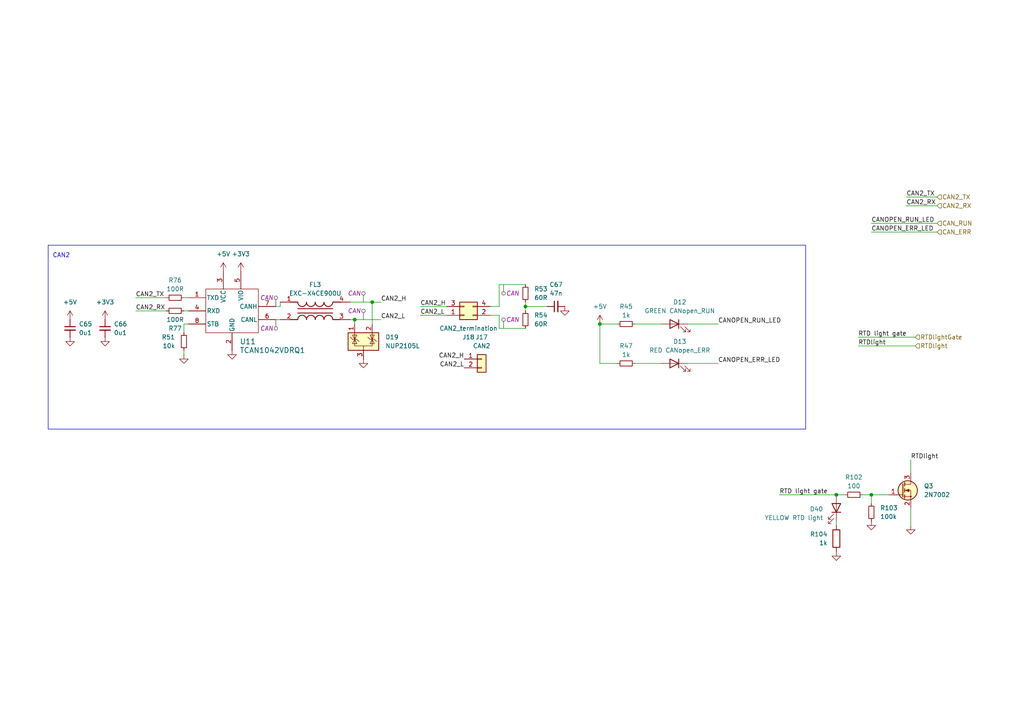
<source format=kicad_sch>
(kicad_sch (version 20231120) (generator "eeschema") (generator_version "8.0")
  (paper "A4")
  (title_block (title "EP6 VCU") (date "2024-09-30") (rev "1.0") (company "NTURacing") (comment 1 "郭哲明") (comment 2 "Electrical group"))
  (lib_symbols
    (symbol "Connector_Generic:Conn_01x02" (pin_names (offset 1.016) hide)
      (property "Reference" "J" (at 0 2.54 0))
      (property "Value" "Conn_01x02" (at 0 -5.08 0))
      (symbol "Conn_01x02_1_1"
        (rectangle (start -1.27 -2.413) (end 0 -2.667) (stroke (width 0.1524)))
        (rectangle (start -1.27 0.127) (end 0 -0.127) (stroke (width 0.1524)))
        (rectangle (start -1.27 1.27) (end 1.27 -3.81) (stroke (width 0.254)) (fill (type background)))
        (pin passive line (at -5.08 0 0) (length 3.81) (name "Pin_1") (number "1"))
        (pin passive line (at -5.08 -2.54 0) (length 3.81) (name "Pin_2") (number "2"))
      )
    )
    (symbol "Connector_Generic:Conn_02x02_Odd_Even" (pin_names (offset 1.016) hide)
      (property "Reference" "J" (at 1.27 2.54 0))
      (property "Value" "Conn_02x02_Odd_Even" (at 1.27 -5.08 0))
      (symbol "Conn_02x02_Odd_Even_1_1"
        (rectangle (start -1.27 -2.413) (end 0 -2.667) (stroke (width 0.1524)))
        (rectangle (start -1.27 0.127) (end 0 -0.127) (stroke (width 0.1524)))
        (rectangle (start -1.27 1.27) (end 3.81 -3.81) (stroke (width 0.254)) (fill (type background)))
        (rectangle (start 3.81 -2.413) (end 2.54 -2.667) (stroke (width 0.1524)))
        (rectangle (start 3.81 0.127) (end 2.54 -0.127) (stroke (width 0.1524)))
        (pin passive line (at -5.08 0 0) (length 3.81) (name "Pin_1") (number "1"))
        (pin passive line (at 7.62 0 180) (length 3.81) (name "Pin_2") (number "2"))
        (pin passive line (at -5.08 -2.54 0) (length 3.81) (name "Pin_3") (number "3"))
        (pin passive line (at 7.62 -2.54 180) (length 3.81) (name "Pin_4") (number "4"))
      )
    )
    (symbol "Device:C_Small" (pin_numbers hide) (pin_names (offset 0.254) hide)
      (property "Reference" "C" (at 0.254 1.778 0))
      (property "Value" "C_Small" (at 0.254 -2.032 0))
      (symbol "C_Small_0_1"
        (polyline (pts (xy -1.524 -0.508) (xy 1.524 -0.508)) (stroke (width 0.3302)))
        (polyline (pts (xy -1.524 0.508) (xy 1.524 0.508)) (stroke (width 0.3048)))
      )
      (symbol "C_Small_1_1"
        (pin passive line (at 0 2.54 270) (length 2.032) (name "~") (number "1"))
        (pin passive line (at 0 -2.54 90) (length 2.032) (name "~") (number "2"))
      )
    )
    (symbol "Device:LED" (pin_numbers hide) (pin_names (offset 1.016) hide)
      (property "Reference" "D" (at 0 2.54 0))
      (property "Value" "LED" (at 0 -2.54 0))
      (symbol "LED_0_1"
        (polyline (pts (xy -1.27 -1.27) (xy -1.27 1.27)) (stroke (width 0.254)))
        (polyline (pts (xy -1.27 0) (xy 1.27 0)))
        (polyline (pts (xy 1.27 -1.27) (xy 1.27 1.27) (xy -1.27 0) (xy 1.27 -1.27)) (stroke (width 0.254)))
        (polyline (pts (xy -3.048 -0.762) (xy -4.572 -2.286) (xy -3.81 -2.286) (xy -4.572 -2.286) (xy -4.572 -1.524)))
        (polyline (pts (xy -1.778 -0.762) (xy -3.302 -2.286) (xy -2.54 -2.286) (xy -3.302 -2.286) (xy -3.302 -1.524)))
      )
      (symbol "LED_1_1"
        (pin passive line (at -3.81 0 0) (length 2.54) (name "K") (number "1"))
        (pin passive line (at 3.81 0 180) (length 2.54) (name "A") (number "2"))
      )
    )
    (symbol "Device:R" (pin_numbers hide) (pin_names (offset 0))
      (property "Reference" "R" (at 2.032 0 90))
      (property "Value" "R" (at 0 0 90))
      (symbol "R_0_1"
        (rectangle (start -1.016 -2.54) (end 1.016 2.54) (stroke (width 0.254)))
      )
      (symbol "R_1_1"
        (pin passive line (at 0 3.81 270) (length 1.27) (name "~") (number "1"))
        (pin passive line (at 0 -3.81 90) (length 1.27) (name "~") (number "2"))
      )
    )
    (symbol "Device:R_Small" (pin_numbers hide) (pin_names (offset 0.254) hide)
      (property "Reference" "R" (at 0.762 0.508 0))
      (property "Value" "R_Small" (at 0.762 -1.016 0))
      (symbol "R_Small_0_1"
        (rectangle (start -0.762 1.778) (end 0.762 -1.778) (stroke (width 0.2032)))
      )
      (symbol "R_Small_1_1"
        (pin passive line (at 0 2.54 270) (length 0.762) (name "~") (number "1"))
        (pin passive line (at 0 -2.54 90) (length 0.762) (name "~") (number "2"))
      )
    )
    (symbol "PCM_Transistor_MOSFET_AKL:2N7002" (pin_names hide)
      (property "Reference" "Q" (at 5.08 1.27 0))
      (property "Value" "2N7002" (at 5.08 -1.27 0))
      (symbol "2N7002_0_1"
        (polyline (pts (xy 0.254 -1.27) (xy -2.54 -1.27)))
        (polyline (pts (xy 0.254 1.905) (xy 0.254 -1.905)) (stroke (width 0.254)))
        (polyline (pts (xy 0.762 -1.778) (xy 2.54 -1.778)))
        (polyline (pts (xy 0.762 -1.27) (xy 0.762 -2.286)) (stroke (width 0.254)))
        (polyline (pts (xy 0.762 0.508) (xy 0.762 -0.508)) (stroke (width 0.254)))
        (polyline (pts (xy 0.762 2.286) (xy 0.762 1.27)) (stroke (width 0.254)))
        (polyline (pts (xy 2.54 1.778) (xy 0.762 1.778)))
        (polyline (pts (xy 2.54 2.54) (xy 2.54 1.778)))
        (polyline (pts (xy 2.54 -2.54) (xy 2.54 0) (xy 0.762 0)))
        (polyline (pts (xy 1.016 0) (xy 2.032 0.381) (xy 2.032 -0.381) (xy 1.016 0)) (fill (type outline)))
        (circle (center 1.651 0) (radius 2.794) (stroke (width 0.254)) (fill (type background)))
        (circle (center 2.54 -1.778) (radius 0.1778) (fill (type outline)))
      )
      (symbol "2N7002_1_1"
        (pin input line (at -3.81 -1.27 0) (length 2.54) (name "G") (number "1"))
        (pin passive line (at 2.54 -5.08 90) (length 2.54) (name "S") (number "2"))
        (pin passive line (at 2.54 5.08 270) (length 2.54) (name "D") (number "3"))
      )
    )
    (symbol "Power_Protection:NUP2105L" (pin_names hide)
      (property "Reference" "D" (at 5.715 2.54 0))
      (property "Value" "NUP2105L" (at 5.715 0.635 0))
      (symbol "NUP2105L_0_0"
        (pin passive line (at 0 -5.08 90) (length 2.54) (name "A") (number "3"))
      )
      (symbol "NUP2105L_0_1"
        (rectangle (start -4.445 2.54) (end 4.445 -2.54) (stroke (width 0.254)) (fill (type background)))
        (polyline (pts (xy -2.54 2.54) (xy -2.54 0.635)))
        (polyline (pts (xy 0 -1.27) (xy 0 -2.54)))
        (polyline (pts (xy 2.54 2.54) (xy 2.54 0.635)))
        (polyline (pts (xy -3.81 1.27) (xy -3.175 0.635) (xy -1.905 0.635) (xy -1.27 0)))
        (polyline (pts (xy -2.54 0.635) (xy -2.54 -1.27) (xy 2.54 -1.27) (xy 2.54 0.635)))
        (polyline (pts (xy -2.54 0.635) (xy -1.905 -0.635) (xy -3.175 -0.635) (xy -2.54 0.635)))
        (polyline (pts (xy 2.54 0.635) (xy 1.905 -0.635) (xy 3.175 -0.635) (xy 2.54 0.635)))
        (polyline (pts (xy 2.54 0.635) (xy 3.175 1.905) (xy 1.905 1.905) (xy 2.54 0.635)))
        (polyline (pts (xy -2.54 0.635) (xy -3.175 1.905) (xy -1.905 1.905) (xy -2.54 0.635) (xy -2.54 1.27)))
        (polyline (pts (xy 1.27 1.27) (xy 1.905 0.635) (xy 2.54 0.635) (xy 3.175 0.635) (xy 3.81 0)))
      )
      (symbol "NUP2105L_1_1"
        (pin passive line (at -2.54 5.08 270) (length 2.54) (name "K") (number "1"))
        (pin passive line (at 2.54 5.08 270) (length 2.54) (name "K") (number "2"))
      )
    )
    (symbol "SamacSys_Parts_EP6:EXC-X4CE900U" (pin_names hide)
      (property "Reference" "FL" (at -0.254 1.524 0))
      (property "Value" "EXC-X4CE900U" (at -0.254 -0.254 0))
      (symbol "EXC-X4CE900U_1_1"
        (arc (start -2.488 -5.08) (mid -1.2689 -3.81) (end -2.488 -2.54) (stroke (width 0.254)))
        (arc (start -2.488 -2.54) (mid -1.2689 -1.27) (end -2.488 0) (stroke (width 0.254)))
        (arc (start -2.488 0) (mid -1.2689 1.27) (end -2.488 2.54) (stroke (width 0.254)))
        (arc (start -2.488 2.54) (mid -1.2689 3.81) (end -2.488 5.08) (stroke (width 0.254)))
        (polyline (pts (xy -2.54 -5.08) (xy -2.54 -7.366)) (stroke (width 0.254)))
        (polyline (pts (xy -2.54 5.08) (xy -2.54 7.366)) (stroke (width 0.254)))
        (polyline (pts (xy -0.635 5.08) (xy -0.635 -5.08)) (stroke (width 0.254)))
        (polyline (pts (xy 0.635 5.08) (xy 0.635 -5.08)) (stroke (width 0.254)))
        (polyline (pts (xy 2.54 -5.08) (xy 2.54 -7.366)) (stroke (width 0.254)))
        (polyline (pts (xy 2.54 5.08) (xy 2.54 7.366)) (stroke (width 0.254)))
        (arc (start 2.488 -2.54) (mid 1.2689 -3.81) (end 2.488 -5.08) (stroke (width 0.254)))
        (arc (start 2.488 0) (mid 1.2689 -1.27) (end 2.488 -2.54) (stroke (width 0.254)))
        (arc (start 2.488 2.54) (mid 1.2689 1.27) (end 2.488 0) (stroke (width 0.254)))
        (arc (start 2.488 5.08) (mid 1.2689 3.81) (end 2.488 2.54) (stroke (width 0.254)))
        (pin passive line (at -2.54 -10.16 90) (length 5.08) (name "1") (number "1"))
        (pin passive line (at 2.54 -10.16 90) (length 5.08) (name "2") (number "2"))
        (pin passive line (at 2.54 10.16 270) (length 5.08) (name "3") (number "3"))
        (pin passive line (at -2.54 10.16 270) (length 5.08) (name "4") (number "4"))
      )
    )
    (symbol "nturt_kicad_lib_EP6:TCAN1042VDRQ1" (pin_names (offset 0.254))
      (property "Reference" "U" (at 0 2.54 0))
      (property "Value" "TCAN1042VDRQ1" (at 0 0 0))
      (symbol "TCAN1042VDRQ1_0_1"
        (pin input line (at -12.7 3.81 0) (length 5.08) (name "TXD") (number "1"))
        (pin power_in line (at 0 -11.43 90) (length 5.08) (name "GND") (number "2"))
        (pin power_in line (at -2.54 11.43 270) (length 5.08) (name "VCC") (number "3"))
        (pin output line (at -12.7 0 0) (length 5.08) (name "RXD") (number "4"))
        (pin power_in line (at 2.54 11.43 270) (length 5.08) (name "VIO") (number "5"))
        (pin bidirectional line (at 12.7 -2.54 180) (length 5.08) (name "CANL") (number "6"))
        (pin bidirectional line (at 12.7 1.27 180) (length 5.08) (name "CANH") (number "7"))
        (pin input line (at -12.7 -3.81 0) (length 5.08) (name "STB") (number "8"))
      )
      (symbol "TCAN1042VDRQ1_1_1"
        (rectangle (start -7.62 6.35) (end 7.62 -6.35))
      )
    )
    (symbol "power:+3V3" (power) (pin_numbers hide) (pin_names (offset 0) hide)
      (property "Value" "+3V3" (at 0 3.556 0))
      (symbol "+3V3_0_1"
        (polyline (pts (xy -0.762 1.27) (xy 0 2.54)))
        (polyline (pts (xy 0 0) (xy 0 2.54)))
        (polyline (pts (xy 0 2.54) (xy 0.762 1.27)))
      )
      (symbol "+3V3_1_1"
        (pin power_in line (at 0 0 90) (length 0) (name "~") (number "1"))
      )
    )
    (symbol "power:+5V" (power) (pin_numbers hide) (pin_names (offset 0) hide)
      (property "Value" "+5V" (at 0 3.556 0))
      (symbol "+5V_0_1"
        (polyline (pts (xy -0.762 1.27) (xy 0 2.54)))
        (polyline (pts (xy 0 0) (xy 0 2.54)))
        (polyline (pts (xy 0 2.54) (xy 0.762 1.27)))
      )
      (symbol "+5V_1_1"
        (pin power_in line (at 0 0 90) (length 0) (name "~") (number "1"))
      )
    )
    (symbol "power:GND" (power) (pin_numbers hide) (pin_names (offset 0) hide)
      (property "Value" "GND" (at 0 -3.81 0))
      (symbol "GND_0_1"
        (polyline (pts (xy 0 0) (xy 0 -1.27) (xy 1.27 -1.27) (xy 0 -2.54) (xy -1.27 -1.27) (xy 0 -1.27)))
      )
      (symbol "GND_1_1"
        (pin power_in line (at 0 0 270) (length 0) (name "~") (number "1"))
      )
    )
  )
  (junction (at 252.73 143.51))
  (junction (at 107.95 87.63))
  (junction (at 152.4 88.9))
  (junction (at 173.99 93.98))
  (junction (at 242.57 143.51))
  (junction (at 102.87 92.71))
  (wire (pts (xy 53.34 86.36) (xy 54.61 86.36)))
  (wire (pts (xy 144.78 95.25) (xy 152.4 95.25)))
  (wire (pts (xy 144.78 91.44) (xy 142.24 91.44)))
  (wire (pts (xy 53.34 90.17) (xy 54.61 90.17)))
  (wire (pts (xy 264.16 147.32) (xy 264.16 152.4)))
  (wire (pts (xy 53.34 102.87) (xy 53.34 101.6)))
  (wire (pts (xy 191.77 105.41) (xy 184.15 105.41)))
  (wire (pts (xy 264.16 133.35) (xy 264.16 137.16)))
  (wire (pts (xy 142.24 88.9) (xy 144.78 88.9)))
  (wire (pts (xy 262.89 57.15) (xy 271.78 57.15)))
  (wire (pts (xy 81.28 88.9) (xy 81.28 87.63)))
  (wire (pts (xy 101.6 87.63) (xy 107.95 87.63)))
  (wire (pts (xy 248.92 97.79) (xy 265.43 97.79)))
  (wire (pts (xy 179.07 105.41) (xy 173.99 105.41)))
  (wire (pts (xy 252.73 67.31) (xy 271.78 67.31)))
  (wire (pts (xy 144.78 82.55) (xy 144.78 88.9)))
  (wire (pts (xy 107.95 87.63) (xy 107.95 93.98)))
  (wire (pts (xy 191.77 93.98) (xy 184.15 93.98)))
  (wire (pts (xy 252.73 143.51) (xy 257.81 143.51)))
  (wire (pts (xy 102.87 92.71) (xy 101.6 92.71)))
  (wire (pts (xy 81.28 92.71) (xy 80.01 92.71)))
  (wire (pts (xy 242.57 151.13) (xy 242.57 152.4)))
  (wire (pts (xy 208.28 93.98) (xy 199.39 93.98)))
  (wire (pts (xy 173.99 93.98) (xy 173.99 105.41)))
  (wire (pts (xy 152.4 90.17) (xy 152.4 88.9)))
  (wire (pts (xy 121.92 91.44) (xy 129.54 91.44)))
  (wire (pts (xy 252.73 146.05) (xy 252.73 143.51)))
  (wire (pts (xy 250.19 143.51) (xy 252.73 143.51)))
  (wire (pts (xy 53.34 96.52) (xy 53.34 93.98)))
  (wire (pts (xy 226.06 143.51) (xy 242.57 143.51)))
  (wire (pts (xy 152.4 88.9) (xy 152.4 87.63)))
  (wire (pts (xy 121.92 88.9) (xy 129.54 88.9)))
  (wire (pts (xy 53.34 93.98) (xy 54.61 93.98)))
  (wire (pts (xy 262.89 59.69) (xy 271.78 59.69)))
  (wire (pts (xy 208.28 105.41) (xy 199.39 105.41)))
  (wire (pts (xy 39.37 90.17) (xy 48.26 90.17)))
  (wire (pts (xy 102.87 92.71) (xy 102.87 93.98)))
  (wire (pts (xy 144.78 91.44) (xy 144.78 95.25)))
  (wire (pts (xy 107.95 87.63) (xy 110.49 87.63)))
  (wire (pts (xy 242.57 143.51) (xy 245.11 143.51)))
  (wire (pts (xy 80.01 88.9) (xy 81.28 88.9)))
  (wire (pts (xy 144.78 82.55) (xy 152.4 82.55)))
  (wire (pts (xy 102.87 92.71) (xy 110.49 92.71)))
  (wire (pts (xy 179.07 93.98) (xy 173.99 93.98)))
  (wire (pts (xy 39.37 86.36) (xy 48.26 86.36)))
  (wire (pts (xy 252.73 64.77) (xy 271.78 64.77)))
  (wire (pts (xy 158.75 88.9) (xy 152.4 88.9)))
  (wire (pts (xy 248.92 100.33) (xy 265.43 100.33)))
  (rectangle (start 13.97 71.12) (end 233.68 124.46))
  (text "CAN2" (at 15.24 74.93 0) (effects (font (size 1.27 1.27)) (justify left bottom)))
  (label "CAN2_RX" (at 262.89 59.69 0))
  (label "CANOPEN_ERR_LED" (at 252.73 67.31 0))
  (label "RTD light gate" (at 226.06 143.51 0))
  (label "CAN2_TX" (at 262.89 57.15 0))
  (label "RTD light gate" (at 248.92 97.79 0))
  (label "CANOPEN_RUN_LED" (at 252.73 64.77 0))
  (label "CANOPEN_ERR_LED" (at 208.28 105.41 0))
  (label "RTDlight" (at 248.92 100.33 0))
  (label "CAN2_L" (at 121.92 91.44 0))
  (label "CAN2_H" (at 121.92 88.9 0))
  (label "CAN2_TX" (at 39.37 86.36 0))
  (label "CANOPEN_RUN_LED" (at 208.28 93.98 0))
  (label "CAN2_L" (at 134.62 106.68 180))
  (label "CAN2_H" (at 110.49 87.63 0))
  (label "CAN2_H" (at 134.62 104.14 180))
  (label "CAN2_L" (at 110.49 92.71 0))
  (label "CAN2_RX" (at 39.37 90.17 0))
  (label "RTDlight" (at 264.16 133.35 0))
  (hierarchical_label "CAN_RUN" (shape input) (at 271.78 64.77 0))
  (hierarchical_label "RTDlight" (shape input) (at 265.43 100.33 0))
  (hierarchical_label "CAN_ERR" (shape input) (at 271.78 67.31 0))
  (hierarchical_label "CAN2_RX" (shape input) (at 271.78 59.69 0))
  (hierarchical_label "CAN2_TX" (shape input) (at 271.78 57.15 0))
  (hierarchical_label "RTDlightGate" (shape input) (at 265.43 97.79 0))
  (netclass_flag "" (length 2.54) (shape round) (at 80.01 92.71 180) (property "Netclass" "CAN" (at 79.3115 95.25 0) (effects (font (italic yes)) (justify right))))
  (netclass_flag "" (length 2.54) (shape round) (at 146.05 82.55 180) (property "Netclass" "CAN" (at 146.7485 85.09 0) (effects (font (italic yes)) (justify left))))
  (netclass_flag "" (length 2.54) (shape round) (at 105.41 87.63 0) (property "Netclass" "CAN" (at 104.7115 85.09 0) (effects (font (italic yes)) (justify right))))
  (netclass_flag "" (length 2.54) (shape round) (at 146.05 95.25 0) (property "Netclass" "CAN" (at 146.7485 92.71 0) (effects (font (italic yes)) (justify left))))
  (netclass_flag "" (length 2.54) (shape round) (at 80.01 88.9 0) (property "Netclass" "CAN" (at 79.3115 86.36 0) (effects (font (italic yes)) (justify right))))
  (netclass_flag "" (length 2.54) (shape round) (at 105.41 92.71 0) (property "Netclass" "CAN" (at 104.7115 90.17 0) (effects (font (italic yes)) (justify right))))
  (symbol (lib_id "Device:R_Small") (at 181.61 105.41 90) (unit 1)
    (property "Reference" "R47" (at 181.61 100.33 90))
    (property "Value" "1k" (at 181.61 102.87 90))
    (property "Footprint" "Resistor_SMD:R_0402_1005Metric" (effects (hide yes)))
    (property "Description" "Resistor, small symbol" (effects (hide yes)))
  )
  (symbol (lib_id "power:GND") (at 30.48 97.79 0) (unit 1)
    (property "Reference" "#PWR0131" (effects (hide yes)))
    (property "Value" "GND" (effects (hide yes)))
    (property "Description" "Power symbol creates a global label with name \"GND\" , ground" (effects (hide yes)))
  )
  (symbol (lib_id "power:GND") (at 53.34 102.87 0) (unit 1)
    (property "Reference" "#PWR0125" (effects (hide yes)))
    (property "Value" "GND" (effects (hide yes)))
    (property "Description" "Power symbol creates a global label with name \"GND\" , ground" (effects (hide yes)))
  )
  (symbol (lib_id "Device:R_Small") (at 50.8 86.36 90) (unit 1)
    (property "Reference" "R76" (at 50.8 81.28 90))
    (property "Value" "100R" (at 50.8 83.82 90))
    (property "Footprint" "Resistor_SMD:R_0402_1005Metric" (effects (hide yes)))
    (property "Description" "Resistor, small symbol" (effects (hide yes)))
  )
  (symbol (lib_id "Device:C_Small") (at 30.48 95.25 0) (unit 1)
    (property "Reference" "C66" (at 33.02 93.9863 0) (effects (justify left)))
    (property "Value" "0u1" (at 33.02 96.5263 0) (effects (justify left)))
    (property "Footprint" "Capacitor_SMD:C_0402_1005Metric" (effects (hide yes)))
    (property "Description" "Unpolarized capacitor, small symbol" (effects (hide yes)))
  )
  (symbol (lib_id "Device:R_Small") (at 50.8 90.17 90) (mirror x) (unit 1)
    (property "Reference" "R77" (at 50.8 95.25 90))
    (property "Value" "100R" (at 50.8 92.71 90))
    (property "Footprint" "Resistor_SMD:R_0402_1005Metric" (effects (hide yes)))
    (property "Description" "Resistor, small symbol" (effects (hide yes)))
  )
  (symbol (lib_id "power:+3V3") (at 69.85 78.74 0) (unit 1)
    (property "Reference" "#PWR0123" (effects (hide yes)))
    (property "Value" "+3V3" (at 69.85 73.66 0))
    (property "Description" "Power symbol creates a global label with name \"+3V3\"" (effects (hide yes)))
  )
  (symbol (lib_id "power:+3V3") (at 30.48 92.71 0) (unit 1)
    (property "Reference" "#PWR0128" (effects (hide yes)))
    (property "Value" "+3V3" (at 30.48 87.63 0))
    (property "Description" "Power symbol creates a global label with name \"+3V3\"" (effects (hide yes)))
  )
  (symbol (lib_id "Device:R_Small") (at 152.4 92.71 180) (unit 1) (in_bom no)
    (property "Reference" "R54" (at 154.94 91.4399 0) (effects (justify right)))
    (property "Value" "60R" (at 154.94 93.9799 0) (effects (justify right)))
    (property "Footprint" "Resistor_SMD:R_0402_1005Metric" (effects (hide yes)))
    (property "Description" "Resistor, small symbol" (effects (hide yes)))
  )
  (symbol (lib_id "power:GND") (at 163.83 88.9 0) (unit 1)
    (property "Reference" "#PWR0129" (effects (hide yes)))
    (property "Value" "GND" (effects (hide yes)))
    (property "Description" "Power symbol creates a global label with name \"GND\" , ground" (effects (hide yes)))
  )
  (symbol (lib_id "Device:LED") (at 242.57 147.32 270) (mirror x) (unit 1)
    (property "Reference" "D40" (at 238.76 147.6375 90) (effects (justify right)))
    (property "Value" "YELLOW RTD light" (at 238.76 150.1775 90) (effects (justify right)))
    (property "Footprint" "LED_SMD:LED_0603_1608Metric" (effects (hide yes)))
    (property "Description" "Light emitting diode" (effects (hide yes)))
  )
  (symbol (lib_id "Device:R_Small") (at 181.61 93.98 90) (unit 1)
    (property "Reference" "R45" (at 181.61 88.9 90))
    (property "Value" "1k" (at 181.61 91.44 90))
    (property "Footprint" "Resistor_SMD:R_0402_1005Metric" (effects (hide yes)))
    (property "Description" "Resistor, small symbol" (effects (hide yes)))
  )
  (symbol (lib_id "power:+5V") (at 20.32 92.71 0) (unit 1)
    (property "Reference" "#PWR0127" (effects (hide yes)))
    (property "Value" "+5V" (at 20.32 87.63 0))
    (property "Description" "Power symbol creates a global label with name \"+5V\"" (effects (hide yes)))
  )
  (symbol (lib_id "Device:LED") (at 195.58 105.41 0) (mirror y) (unit 1)
    (property "Reference" "D13" (at 197.1675 99.06 0))
    (property "Value" "RED CANopen_ERR" (at 197.1675 101.6 0))
    (property "Footprint" "LED_SMD:LED_0805_2012Metric" (effects (hide yes)))
    (property "Description" "Light emitting diode" (effects (hide yes)))
  )
  (symbol (lib_id "Device:R_Small") (at 247.65 143.51 270) (unit 1)
    (property "Reference" "R102" (at 247.65 138.43 90))
    (property "Value" "100" (at 247.65 140.97 90))
    (property "Footprint" "Resistor_SMD:R_0402_1005Metric" (effects (hide yes)))
    (property "Description" "Resistor, small symbol" (effects (hide yes)))
  )
  (symbol (lib_id "power:GND") (at 20.32 97.79 0) (unit 1)
    (property "Reference" "#PWR0130" (effects (hide yes)))
    (property "Value" "GND" (effects (hide yes)))
    (property "Description" "Power symbol creates a global label with name \"GND\" , ground" (effects (hide yes)))
  )
  (symbol (lib_id "power:GND") (at 252.73 151.13 0) (unit 1)
    (property "Reference" "#PWR0200" (effects (hide yes)))
    (property "Value" "GND" (effects (hide yes)))
    (property "Description" "Power symbol creates a global label with name \"GND\" , ground" (effects (hide yes)))
  )
  (symbol (lib_id "Device:R_Small") (at 53.34 99.06 0) (mirror y) (unit 1) (in_bom no)
    (property "Reference" "R51" (at 50.8 97.7899 0) (effects (justify left)))
    (property "Value" "10k" (at 50.8 100.3299 0) (effects (justify left)))
    (property "Footprint" "Resistor_SMD:R_0402_1005Metric" (effects (hide yes)))
    (property "Description" "Resistor, small symbol" (effects (hide yes)))
  )
  (symbol (lib_id "power:GND") (at 105.41 104.14 0) (unit 1)
    (property "Reference" "#PWR0152" (effects (hide yes)))
    (property "Value" "GND" (effects (hide yes)))
    (property "Description" "Power symbol creates a global label with name \"GND\" , ground" (effects (hide yes)))
  )
  (symbol (lib_id "PCM_Transistor_MOSFET_AKL:2N7002") (at 261.62 142.24 0) (unit 1)
    (property "Reference" "Q3" (at 267.97 140.9699 0) (effects (justify left)))
    (property "Value" "2N7002" (at 267.97 143.5099 0) (effects (justify left)))
    (property "Footprint" "Package_TO_SOT_SMD:SOT-23" (effects (hide yes)))
    (property "Datasheet" "https://www.tme.eu/Document/7df5cae36abdfcedddb681f5be886f05/2N7000.pdf" (effects (hide yes)))
    (property "Description" "SOT-23 N-MOSFET enchancement mode transistor, 60V, 115mA, 200mW, Alternate KiCAD Library" (effects (hide yes)))
  )
  (symbol (lib_id "Connector_Generic:Conn_01x02") (at 139.7 104.14 0) (unit 1)
    (property "Reference" "J17" (at 139.7 97.79 0))
    (property "Value" "CAN2" (at 139.7 100.33 0))
    (property "Footprint" "Connector_JST:JST_XH_B2B-XH-A_1x02_P2.50mm_Vertical" (effects (hide yes)))
    (property "Description" "Generic connector, single row, 01x02, script generated (kicad-library-utils/schlib/autogen/connector/)" (effects (hide yes)))
  )
  (symbol (lib_id "power:+5V") (at 173.99 93.98 0) (unit 1)
    (property "Reference" "#PWR0112" (effects (hide yes)))
    (property "Value" "+5V" (at 173.99 88.9 0))
    (property "Description" "Power symbol creates a global label with name \"+5V\"" (effects (hide yes)))
  )
  (symbol (lib_id "power:GND") (at 264.16 152.4 0) (unit 1)
    (property "Reference" "#PWR0201" (effects (hide yes)))
    (property "Value" "GND" (effects (hide yes)))
    (property "Description" "Power symbol creates a global label with name \"GND\" , ground" (effects (hide yes)))
  )
  (symbol (lib_id "Device:LED") (at 195.58 93.98 0) (mirror y) (unit 1)
    (property "Reference" "D12" (at 197.1675 87.63 0))
    (property "Value" "GREEN CANopen_RUN" (at 197.1675 90.17 0))
    (property "Footprint" "LED_SMD:LED_0805_2012Metric" (effects (hide yes)))
    (property "Description" "Light emitting diode" (effects (hide yes)))
  )
  (symbol (lib_id "Device:R_Small") (at 152.4 85.09 180) (unit 1) (in_bom no)
    (property "Reference" "R53" (at 154.94 83.8199 0) (effects (justify right)))
    (property "Value" "60R" (at 154.94 86.3599 0) (effects (justify right)))
    (property "Footprint" "Resistor_SMD:R_0402_1005Metric" (effects (hide yes)))
    (property "Description" "Resistor, small symbol" (effects (hide yes)))
  )
  (symbol (lib_id "Connector_Generic:Conn_02x02_Odd_Even") (at 134.62 91.44 0) (mirror x) (unit 1)
    (property "Reference" "J18" (at 135.89 97.79 0))
    (property "Value" "CAN2_termination" (at 135.89 95.25 0))
    (property "Footprint" "Connector_PinHeader_2.54mm:PinHeader_2x02_P2.54mm_Vertical" (effects (hide yes)))
    (property "Description" "Generic connector, double row, 02x02, odd/even pin numbering scheme (row 1 odd numbers, row 2 even numbers), script generated (kicad-library-utils/schlib/autogen/connector/)" (effects (hide yes)))
  )
  (symbol (lib_id "Device:R_Small") (at 252.73 148.59 180) (unit 1)
    (property "Reference" "R103" (at 255.27 147.32 0) (effects (justify right)))
    (property "Value" "100k" (at 255.27 149.86 0) (effects (justify right)))
    (property "Footprint" "Resistor_SMD:R_0402_1005Metric" (effects (hide yes)))
    (property "Description" "Resistor, small symbol" (effects (hide yes)))
  )
  (symbol (lib_id "Power_Protection:NUP2105L") (at 105.41 99.06 0) (unit 1)
    (property "Reference" "D19" (at 111.76 97.7899 0) (effects (justify left)))
    (property "Value" "NUP2105L" (at 111.76 100.3299 0) (effects (justify left)))
    (property "Footprint" "Package_TO_SOT_SMD:SOT-23" (effects (hide yes)))
    (property "Datasheet" "https://www.onsemi.com/pub_link/Collateral/NUP2105L-D.PDF" (effects (hide yes)))
    (property "Description" "Dual Line CAN Bus Protector, 24Vrwm" (effects (hide yes)))
  )
  (symbol (lib_id "power:GND") (at 67.31 101.6 0) (unit 1)
    (property "Reference" "#PWR0126" (effects (hide yes)))
    (property "Value" "GND" (effects (hide yes)))
    (property "Description" "Power symbol creates a global label with name \"GND\" , ground" (effects (hide yes)))
  )
  (symbol (lib_id "SamacSys_Parts_EP6:EXC-X4CE900U") (at 91.44 90.17 270) (unit 1)
    (property "Reference" "FL3" (at 91.44 82.55 90))
    (property "Value" "EXC-X4CE900U" (at 91.44 85.09 90))
    (property "Footprint" "SamacSys_Parts_EP6:EXCX4CE900U" (effects (hide yes)))
    (property "Datasheet" "https://industrial.panasonic.com/cdbs/www-data/pdf/AWE0000/AWE0000C258.pdf" (effects (hide yes)))
    (property "Description" "Series/Type: Common mode Filters (0202 small size), Size [LW] (mm): 0.650.50, Height (mm): 0.3, Impedance [Common Mode] (): 90, Rated Voltage [DC] (V): 5, Rated Current [DC] (mA): 100, DC Resistance [max.] (): 3.0+/-30%, Number of circuit: 1" (effects (hide yes)))
    (property "Mouser Part Number" "667-EXC-X4CE900U" (effects (hide yes)))
    (property "Mouser Price/Stock" "https://www.mouser.co.uk/ProductDetail/Panasonic/EXC-X4CE900U?qs=r%2Fc3XikQTkKbkY%2FGNti4Lw%3D%3D" (effects (hide yes)))
    (property "Manufacturer_Name" "Panasonic" (effects (hide yes)))
    (property "Manufacturer_Part_Number" "EXC-X4CE900U" (effects (hide yes)))
    (property "Simulation Data" "https://industrial.panasonic.com/content/data/CC/files/EXCX4CE900U.zip" (effects (hide yes)))
  )
  (symbol (lib_id "Device:R") (at 242.57 156.21 0) (mirror y) (unit 1)
    (property "Reference" "R104" (at 240.03 154.94 0) (effects (justify left)))
    (property "Value" "1k" (at 240.03 157.48 0) (effects (justify left)))
    (property "Footprint" "Resistor_SMD:R_0402_1005Metric" (effects (hide yes)))
    (property "Description" "Resistor" (effects (hide yes)))
  )
  (symbol (lib_id "nturt_kicad_lib_EP6:TCAN1042VDRQ1") (at 67.31 90.17 0) (unit 1)
    (property "Reference" "U11" (at 69.5041 99.06 0) (effects (font (size 1.524 1.524)) (justify left)))
    (property "Value" "TCAN1042VDRQ1" (at 69.5041 101.6 0) (effects (font (size 1.524 1.524)) (justify left)))
    (property "Footprint" "Package_SO:SOIC-8_3.9x4.9mm_P1.27mm" (effects (hide yes)))
    (property "Datasheet" "TCAN1042VDRQ1" (effects (hide yes)))
  )
  (symbol (lib_id "Device:C_Small") (at 20.32 95.25 0) (unit 1)
    (property "Reference" "C65" (at 22.86 93.9863 0) (effects (justify left)))
    (property "Value" "0u1" (at 22.86 96.5263 0) (effects (justify left)))
    (property "Footprint" "Capacitor_SMD:C_0402_1005Metric" (effects (hide yes)))
    (property "Description" "Unpolarized capacitor, small symbol" (effects (hide yes)))
  )
  (symbol (lib_id "power:GND") (at 242.57 160.02 0) (unit 1)
    (property "Reference" "#PWR0202" (effects (hide yes)))
    (property "Value" "GND" (effects (hide yes)))
    (property "Description" "Power symbol creates a global label with name \"GND\" , ground" (effects (hide yes)))
  )
  (symbol (lib_id "Device:C_Small") (at 161.29 88.9 90) (unit 1)
    (property "Reference" "C67" (at 161.2963 82.55 90))
    (property "Value" "47n" (at 161.2963 85.09 90))
    (property "Footprint" "Capacitor_SMD:C_0402_1005Metric" (effects (hide yes)))
    (property "Description" "Unpolarized capacitor, small symbol" (effects (hide yes)))
  )
  (symbol (lib_id "power:+5V") (at 64.77 78.74 0) (unit 1)
    (property "Reference" "#PWR0122" (effects (hide yes)))
    (property "Value" "+5V" (at 64.77 73.66 0))
    (property "Description" "Power symbol creates a global label with name \"+5V\"" (effects (hide yes)))
  )
)
</source>
